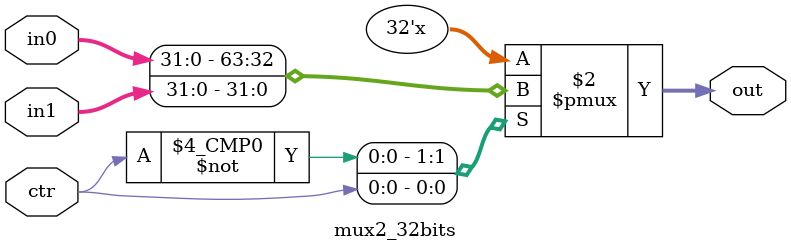
<source format=v>
`timescale 1ns / 1ps


module mux2_32bits(in0,in1,ctr,out);
    input[31:0] in0;
    input[31:0] in1;
    input ctr;
    output[31:0] out;
    reg[31:0] out;
    always @(ctr)
        begin
            case(ctr)
                1'b0: out = in0;
                1'b1: out = in1;
            endcase
        end
endmodule

</source>
